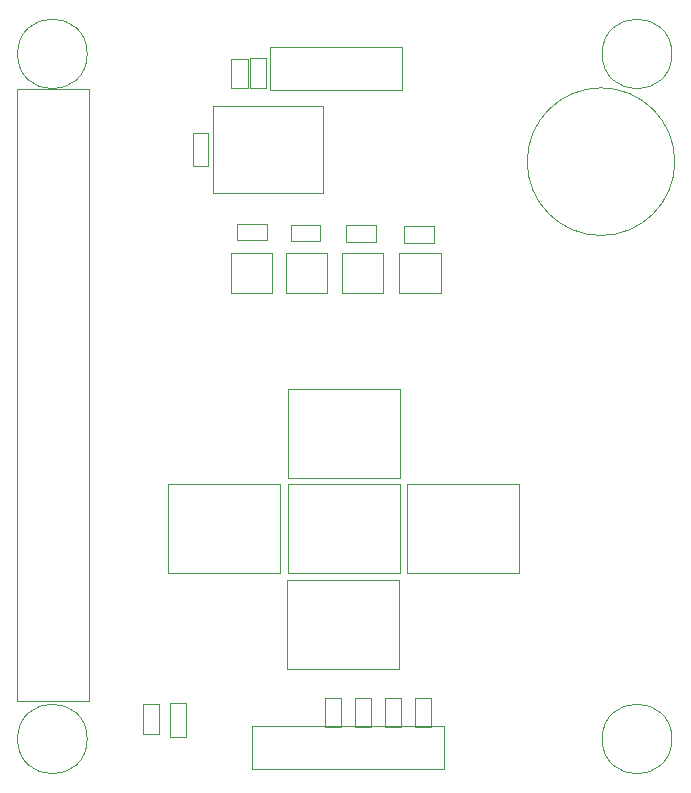
<source format=gbr>
G04 #@! TF.FileFunction,Other,User*
%FSLAX46Y46*%
G04 Gerber Fmt 4.6, Leading zero omitted, Abs format (unit mm)*
G04 Created by KiCad (PCBNEW 4.0.7) date 07/29/18 11:18:04*
%MOMM*%
%LPD*%
G01*
G04 APERTURE LIST*
%ADD10C,0.100000*%
%ADD11C,0.050000*%
G04 APERTURE END LIST*
D10*
D11*
X98481120Y-138417640D02*
X99781120Y-138417640D01*
X99781120Y-138417640D02*
X99781120Y-141317640D01*
X99781120Y-141317640D02*
X98481120Y-141317640D01*
X98481120Y-141317640D02*
X98481120Y-138417640D01*
X105375300Y-144027300D02*
X121675300Y-144027300D01*
X121675300Y-144027300D02*
X121675300Y-140427300D01*
X121675300Y-140427300D02*
X105375300Y-140427300D01*
X105375300Y-140427300D02*
X105375300Y-144027300D01*
X106886600Y-86547100D02*
X118086600Y-86547100D01*
X118086600Y-86547100D02*
X118086600Y-82947100D01*
X118086600Y-82947100D02*
X106886600Y-82947100D01*
X106886600Y-82947100D02*
X106886600Y-86547100D01*
X107130000Y-100330000D02*
X107130000Y-103730000D01*
X107130000Y-103730000D02*
X103630000Y-103730000D01*
X103630000Y-103730000D02*
X103630000Y-100330000D01*
X103630000Y-100330000D02*
X107130000Y-100330000D01*
X111790000Y-100330000D02*
X111790000Y-103730000D01*
X111790000Y-103730000D02*
X108290000Y-103730000D01*
X108290000Y-103730000D02*
X108290000Y-100330000D01*
X108290000Y-100330000D02*
X111790000Y-100330000D01*
X116510000Y-100380000D02*
X116510000Y-103780000D01*
X116510000Y-103780000D02*
X113010000Y-103780000D01*
X113010000Y-103780000D02*
X113010000Y-100380000D01*
X113010000Y-100380000D02*
X116510000Y-100380000D01*
X121370000Y-100330000D02*
X121370000Y-103730000D01*
X121370000Y-103730000D02*
X117870000Y-103730000D01*
X117870000Y-103730000D02*
X117870000Y-100330000D01*
X117870000Y-100330000D02*
X121370000Y-100330000D01*
X96140040Y-141061760D02*
X96140040Y-138561760D01*
X96140040Y-141061760D02*
X97540040Y-141061760D01*
X97540040Y-138561760D02*
X96140040Y-138561760D01*
X97540040Y-138561760D02*
X97540040Y-141061760D01*
X106620000Y-83880000D02*
X106620000Y-86380000D01*
X106620000Y-83880000D02*
X105220000Y-83880000D01*
X105220000Y-86380000D02*
X106620000Y-86380000D01*
X105220000Y-86380000D02*
X105220000Y-83880000D01*
X105030000Y-83910000D02*
X105030000Y-86410000D01*
X105030000Y-83910000D02*
X103630000Y-83910000D01*
X103630000Y-86410000D02*
X105030000Y-86410000D01*
X103630000Y-86410000D02*
X103630000Y-83910000D01*
X117665960Y-127427240D02*
X117915960Y-127427240D01*
X117915960Y-127427240D02*
X117915960Y-127177240D01*
X117665960Y-119927240D02*
X117915960Y-119927240D01*
X117915960Y-119927240D02*
X117915960Y-120177240D01*
X108415960Y-120177240D02*
X108415960Y-119927240D01*
X108415960Y-119927240D02*
X108665960Y-119927240D01*
X108415960Y-127177240D02*
X108415960Y-127427240D01*
X108415960Y-127427240D02*
X108665960Y-127427240D01*
X108665960Y-119927240D02*
X117665960Y-119927240D01*
X108415960Y-127177240D02*
X108415960Y-120177240D01*
X117665960Y-127427240D02*
X108665960Y-127427240D01*
X117915960Y-120177240D02*
X117915960Y-127177240D01*
X117721840Y-119380520D02*
X117971840Y-119380520D01*
X117971840Y-119380520D02*
X117971840Y-119130520D01*
X117721840Y-111880520D02*
X117971840Y-111880520D01*
X117971840Y-111880520D02*
X117971840Y-112130520D01*
X108471840Y-112130520D02*
X108471840Y-111880520D01*
X108471840Y-111880520D02*
X108721840Y-111880520D01*
X108471840Y-119130520D02*
X108471840Y-119380520D01*
X108471840Y-119380520D02*
X108721840Y-119380520D01*
X108721840Y-111880520D02*
X117721840Y-111880520D01*
X108471840Y-119130520D02*
X108471840Y-112130520D01*
X117721840Y-119380520D02*
X108721840Y-119380520D01*
X117971840Y-112130520D02*
X117971840Y-119130520D01*
X117630400Y-135540000D02*
X117880400Y-135540000D01*
X117880400Y-135540000D02*
X117880400Y-135290000D01*
X117630400Y-128040000D02*
X117880400Y-128040000D01*
X117880400Y-128040000D02*
X117880400Y-128290000D01*
X108380400Y-128290000D02*
X108380400Y-128040000D01*
X108380400Y-128040000D02*
X108630400Y-128040000D01*
X108380400Y-135290000D02*
X108380400Y-135540000D01*
X108380400Y-135540000D02*
X108630400Y-135540000D01*
X108630400Y-128040000D02*
X117630400Y-128040000D01*
X108380400Y-135290000D02*
X108380400Y-128290000D01*
X117630400Y-135540000D02*
X108630400Y-135540000D01*
X117880400Y-128290000D02*
X117880400Y-135290000D01*
X107551680Y-127427240D02*
X107801680Y-127427240D01*
X107801680Y-127427240D02*
X107801680Y-127177240D01*
X107551680Y-119927240D02*
X107801680Y-119927240D01*
X107801680Y-119927240D02*
X107801680Y-120177240D01*
X98301680Y-120177240D02*
X98301680Y-119927240D01*
X98301680Y-119927240D02*
X98551680Y-119927240D01*
X98301680Y-127177240D02*
X98301680Y-127427240D01*
X98301680Y-127427240D02*
X98551680Y-127427240D01*
X98551680Y-119927240D02*
X107551680Y-119927240D01*
X98301680Y-127177240D02*
X98301680Y-120177240D01*
X107551680Y-127427240D02*
X98551680Y-127427240D01*
X107801680Y-120177240D02*
X107801680Y-127177240D01*
X127795480Y-127447560D02*
X128045480Y-127447560D01*
X128045480Y-127447560D02*
X128045480Y-127197560D01*
X127795480Y-119947560D02*
X128045480Y-119947560D01*
X128045480Y-119947560D02*
X128045480Y-120197560D01*
X118545480Y-120197560D02*
X118545480Y-119947560D01*
X118545480Y-119947560D02*
X118795480Y-119947560D01*
X118545480Y-127197560D02*
X118545480Y-127447560D01*
X118545480Y-127447560D02*
X118795480Y-127447560D01*
X118795480Y-119947560D02*
X127795480Y-119947560D01*
X118545480Y-127197560D02*
X118545480Y-120197560D01*
X127795480Y-127447560D02*
X118795480Y-127447560D01*
X128045480Y-120197560D02*
X128045480Y-127197560D01*
X111385880Y-87902560D02*
X102085880Y-87902560D01*
X111385880Y-95302560D02*
X102085880Y-95302560D01*
X111385880Y-87902560D02*
X111385880Y-95302560D01*
X102085880Y-87902560D02*
X102085880Y-95302560D01*
X91634720Y-138289440D02*
X91634720Y-86439440D01*
X91634720Y-86439440D02*
X85484720Y-86439440D01*
X85484720Y-86439440D02*
X85484720Y-138289440D01*
X85484720Y-138289440D02*
X91634720Y-138289440D01*
X91450000Y-141500000D02*
G75*
G03X91450000Y-141500000I-2950000J0D01*
G01*
X140950000Y-141500000D02*
G75*
G03X140950000Y-141500000I-2950000J0D01*
G01*
X140950000Y-83500000D02*
G75*
G03X140950000Y-83500000I-2950000J0D01*
G01*
X91450000Y-83500000D02*
G75*
G03X91450000Y-83500000I-2950000J0D01*
G01*
X120810000Y-99480000D02*
X118310000Y-99480000D01*
X120810000Y-99480000D02*
X120810000Y-98080000D01*
X118310000Y-98080000D02*
X118310000Y-99480000D01*
X118310000Y-98080000D02*
X120810000Y-98080000D01*
X115900000Y-99390000D02*
X113400000Y-99390000D01*
X115900000Y-99390000D02*
X115900000Y-97990000D01*
X113400000Y-97990000D02*
X113400000Y-99390000D01*
X113400000Y-97990000D02*
X115900000Y-97990000D01*
X111200000Y-99350000D02*
X108700000Y-99350000D01*
X111200000Y-99350000D02*
X111200000Y-97950000D01*
X108700000Y-97950000D02*
X108700000Y-99350000D01*
X108700000Y-97950000D02*
X111200000Y-97950000D01*
X106650000Y-99290000D02*
X104150000Y-99290000D01*
X106650000Y-99290000D02*
X106650000Y-97890000D01*
X104150000Y-97890000D02*
X104150000Y-99290000D01*
X104150000Y-97890000D02*
X106650000Y-97890000D01*
X120575300Y-137997880D02*
X120575300Y-140497880D01*
X120575300Y-137997880D02*
X119175300Y-137997880D01*
X119175300Y-140497880D02*
X120575300Y-140497880D01*
X119175300Y-140497880D02*
X119175300Y-137997880D01*
X118037840Y-137997880D02*
X118037840Y-140497880D01*
X118037840Y-137997880D02*
X116637840Y-137997880D01*
X116637840Y-140497880D02*
X118037840Y-140497880D01*
X116637840Y-140497880D02*
X116637840Y-137997880D01*
X115492760Y-137997880D02*
X115492760Y-140497880D01*
X115492760Y-137997880D02*
X114092760Y-137997880D01*
X114092760Y-140497880D02*
X115492760Y-140497880D01*
X114092760Y-140497880D02*
X114092760Y-137997880D01*
X112942600Y-138005500D02*
X112942600Y-140505500D01*
X112942600Y-138005500D02*
X111542600Y-138005500D01*
X111542600Y-140505500D02*
X112942600Y-140505500D01*
X111542600Y-140505500D02*
X111542600Y-138005500D01*
X101708980Y-90187320D02*
X101708980Y-92987320D01*
X101708980Y-90187320D02*
X100408980Y-90187320D01*
X100408980Y-92987320D02*
X101708980Y-92987320D01*
X100408980Y-92987320D02*
X100408980Y-90187320D01*
X141200000Y-92620000D02*
G75*
G03X141200000Y-92620000I-6250000J0D01*
G01*
M02*

</source>
